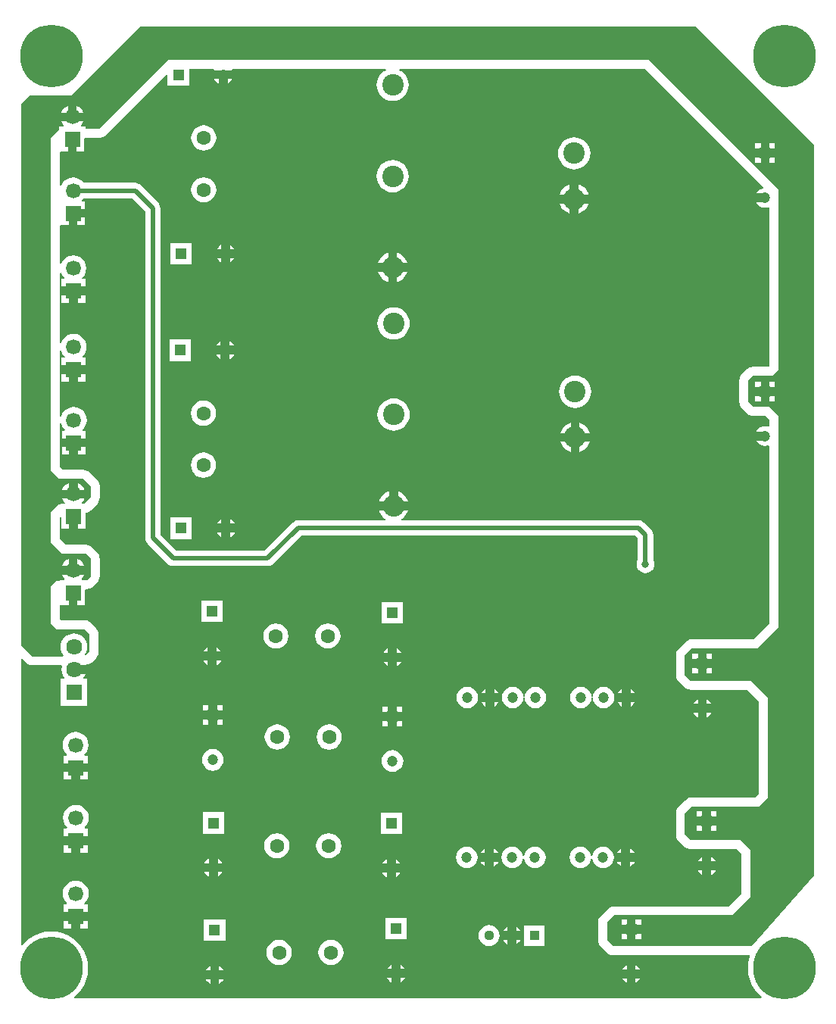
<source format=gbr>
G04 Layer_Physical_Order=2*
G04 Layer_Color=16711680*
%FSLAX45Y45*%
%MOMM*%
%TF.FileFunction,Copper,L2,Bot,Signal*%
%TF.Part,Single*%
G01*
G75*
%TA.AperFunction,Conductor*%
%ADD16C,0.50000*%
%TA.AperFunction,ComponentPad*%
%ADD18C,2.40000*%
%TA.AperFunction,ViaPad*%
%ADD19C,7.00000*%
%TA.AperFunction,ComponentPad*%
%ADD20C,1.20000*%
%ADD21R,1.13000X1.13000*%
%ADD22C,1.13000*%
%ADD23R,1.20000X1.20000*%
%ADD24C,1.60000*%
%ADD25R,1.69000X1.69000*%
%ADD26C,1.69000*%
%ADD27R,1.78500X1.78500*%
%ADD28C,1.78500*%
%ADD29R,1.20000X1.20000*%
%TA.AperFunction,ViaPad*%
%ADD30C,0.80000*%
G36*
X2215988Y10451640D02*
X2223065Y10440000D01*
X2421936D01*
X2429013Y10451640D01*
X4139179Y10451637D01*
X4142361Y10438937D01*
X4117013Y10425389D01*
X4089604Y10402895D01*
X4067111Y10375487D01*
X4050397Y10344217D01*
X4040104Y10310286D01*
X4036629Y10275000D01*
X4040104Y10239714D01*
X4050397Y10205784D01*
X4067111Y10174514D01*
X4089604Y10147105D01*
X4117013Y10124612D01*
X4148283Y10107897D01*
X4182213Y10097605D01*
X4217500Y10094129D01*
X4252786Y10097605D01*
X4286716Y10107897D01*
X4317986Y10124612D01*
X4345395Y10147105D01*
X4367888Y10174514D01*
X4384602Y10205784D01*
X4394895Y10239714D01*
X4398370Y10275000D01*
X4394895Y10310286D01*
X4384602Y10344217D01*
X4367888Y10375487D01*
X4345395Y10402895D01*
X4317986Y10425389D01*
X4292639Y10438937D01*
X4295820Y10451637D01*
X7043272Y10451633D01*
X8328672Y9166182D01*
X8328675Y9166179D01*
X8328678Y9166175D01*
X8362547Y9132311D01*
X8358465Y9120285D01*
X8353784Y9119668D01*
X8327026Y9108585D01*
X8304047Y9090953D01*
X8286415Y9067974D01*
X8284150Y9062504D01*
X8382498D01*
Y8962504D01*
X8284146D01*
X8286415Y8957026D01*
X8304047Y8934047D01*
X8327026Y8916415D01*
X8353784Y8905331D01*
X8382500Y8901551D01*
X8411216Y8905331D01*
X8418598Y8908389D01*
X8429157Y8901333D01*
X8429150Y7131792D01*
X8420726Y7123368D01*
X8240902Y7123364D01*
X8228533Y7121735D01*
X8216135Y7120275D01*
X8215488Y7120017D01*
X8214797Y7119926D01*
X8203267Y7115150D01*
X8191674Y7110533D01*
X8191115Y7110117D01*
X8190471Y7109850D01*
X8180567Y7102250D01*
X8170567Y7094792D01*
X8124667Y7050133D01*
X8124237Y7049588D01*
X8123686Y7049164D01*
X8116085Y7039260D01*
X8108354Y7029464D01*
X8108079Y7028826D01*
X8107656Y7028275D01*
X8102883Y7016754D01*
X8097945Y7005279D01*
X8097845Y7004590D01*
X8097579Y7003949D01*
X8095951Y6991585D01*
X8094151Y6979223D01*
X8094232Y6978533D01*
X8094142Y6977844D01*
X8094136Y6730008D01*
X8094136Y6730002D01*
X8094136Y6729996D01*
X8095883Y6716729D01*
X8097572Y6703902D01*
X8097574Y6703897D01*
X8097575Y6703892D01*
X8102338Y6692395D01*
X8107647Y6679576D01*
X8107651Y6679571D01*
X8107653Y6679566D01*
X8115183Y6669755D01*
X8123676Y6658686D01*
X8123680Y6658683D01*
X8123684Y6658678D01*
X8178697Y6603674D01*
X8188751Y6595961D01*
X8199581Y6587651D01*
X8199585Y6587649D01*
X8199588Y6587647D01*
X8211110Y6582876D01*
X8223907Y6577575D01*
X8223911Y6577574D01*
X8223915Y6577573D01*
X8236848Y6575871D01*
X8250012Y6574138D01*
X8385731Y6574138D01*
X8429171Y6530696D01*
X8429171Y6461161D01*
X8418611Y6454105D01*
X8411216Y6457168D01*
X8382500Y6460949D01*
X8353784Y6457168D01*
X8327026Y6446084D01*
X8304047Y6428452D01*
X8286415Y6405474D01*
X8284148Y6399999D01*
X8382503D01*
Y6299999D01*
X8284148D01*
X8286415Y6294525D01*
X8304047Y6271547D01*
X8327026Y6253915D01*
X8353784Y6242831D01*
X8382500Y6239051D01*
X8411216Y6242831D01*
X8418612Y6245895D01*
X8429172Y6238839D01*
X8429177Y4254319D01*
X8253172Y4078316D01*
X7562460Y4078322D01*
X7536356Y4074885D01*
X7512029Y4064809D01*
X7491140Y4048781D01*
X7491139Y4048780D01*
X7413660Y3971300D01*
X7413659Y3971299D01*
X7397630Y3950410D01*
X7387553Y3926084D01*
X7384116Y3899978D01*
X7384114Y3682518D01*
X7384115Y3682517D01*
X7384114Y3682515D01*
X7385848Y3669347D01*
X7387551Y3656413D01*
X7387551Y3656412D01*
X7387552Y3656410D01*
X7392145Y3645322D01*
X7397627Y3632087D01*
X7397628Y3632085D01*
X7397628Y3632084D01*
X7405216Y3622196D01*
X7413656Y3611197D01*
X7413657Y3611196D01*
X7413658Y3611195D01*
X7481176Y3543679D01*
X7481177Y3543678D01*
X7481179Y3543677D01*
X7486628Y3539495D01*
X7502066Y3527650D01*
X7502068Y3527649D01*
X7502069Y3527648D01*
X7513774Y3522800D01*
X7526392Y3517573D01*
X7526394Y3517573D01*
X7526395Y3517572D01*
X7539898Y3515795D01*
X7552498Y3514136D01*
X8178226Y3514130D01*
X8311673Y3380687D01*
X8311691Y2351832D01*
X8268227Y2308368D01*
X7557500Y2308364D01*
X7531395Y2304927D01*
X7507069Y2294850D01*
X7486179Y2278821D01*
X7486178Y2278820D01*
X7413677Y2206319D01*
X7413676Y2206318D01*
X7397647Y2185429D01*
X7387572Y2161104D01*
X7384135Y2134999D01*
X7384137Y1894998D01*
X7385760Y1882672D01*
X7387573Y1868898D01*
X7387574Y1868895D01*
X7387574Y1868893D01*
X7392238Y1857634D01*
X7397648Y1844572D01*
X7397650Y1844570D01*
X7397651Y1844567D01*
X7406751Y1832707D01*
X7413676Y1823682D01*
X7413679Y1823679D01*
X7413680Y1823678D01*
X7413681Y1823677D01*
X7473673Y1763680D01*
X7473674Y1763678D01*
X7473676Y1763676D01*
X7486518Y1753822D01*
X7494561Y1747650D01*
X7494563Y1747649D01*
X7494566Y1747647D01*
X7506466Y1742718D01*
X7518887Y1737572D01*
X7518890Y1737572D01*
X7518892Y1737571D01*
X7530259Y1736075D01*
X7544992Y1734134D01*
X7544995Y1734135D01*
X7544998Y1734134D01*
X8063221Y1734139D01*
X8114135Y1683228D01*
X8114142Y1234283D01*
X7973226Y1093366D01*
X6695004Y1093366D01*
X6668899Y1089929D01*
X6644572Y1079853D01*
X6623683Y1063824D01*
X6623682Y1063823D01*
X6543680Y983822D01*
X6543679Y983821D01*
X6527650Y962932D01*
X6517573Y938605D01*
X6514136Y912501D01*
X6514136Y719998D01*
X6517573Y693893D01*
X6521388Y684682D01*
X6527648Y669568D01*
X6543677Y648678D01*
X6543678Y648677D01*
X6616178Y576178D01*
X6637068Y560150D01*
X6661394Y550074D01*
X6687498Y546637D01*
X8205529Y546638D01*
X8212585Y536078D01*
X8208861Y527089D01*
X8193796Y464336D01*
X8188732Y400000D01*
X8193796Y335664D01*
X8208861Y272911D01*
X8233558Y213288D01*
X8267278Y158263D01*
X8309190Y109190D01*
X8343252Y80098D01*
X8338856Y68183D01*
X661144D01*
X656748Y80098D01*
X690810Y109190D01*
X732722Y158263D01*
X766442Y213288D01*
X791139Y272911D01*
X806204Y335664D01*
X811268Y400000D01*
X806204Y464336D01*
X791139Y527089D01*
X766442Y586712D01*
X732722Y641737D01*
X690810Y690810D01*
X641737Y732722D01*
X586712Y766442D01*
X527089Y791139D01*
X464336Y806204D01*
X400000Y811268D01*
X335664Y806204D01*
X272911Y791139D01*
X213288Y766442D01*
X158263Y732722D01*
X109190Y690810D01*
X80098Y656748D01*
X68183Y661144D01*
Y3855081D01*
X79917Y3859942D01*
X123679Y3816179D01*
X144569Y3800150D01*
X168895Y3790074D01*
X195000Y3786637D01*
X512388Y3786638D01*
X519016Y3773938D01*
X514548Y3740000D01*
X519333Y3703649D01*
X533364Y3669774D01*
X550111Y3647950D01*
X543848Y3635250D01*
X505749D01*
Y3336750D01*
X804249D01*
Y3635250D01*
X766151D01*
X759887Y3647950D01*
X776634Y3669774D01*
X785011Y3689999D01*
X654999D01*
Y3789999D01*
X790500D01*
X795821Y3796302D01*
X796116Y3796378D01*
X804285Y3798212D01*
X812875Y3799343D01*
X817081Y3801085D01*
X821522Y3802083D01*
X829197Y3806104D01*
X837202Y3809420D01*
X840813Y3812191D01*
X844845Y3814304D01*
X851217Y3820174D01*
X858091Y3825449D01*
X898815Y3866174D01*
X898816Y3866175D01*
X898818Y3866177D01*
X902723Y3871266D01*
X914846Y3887064D01*
X914846Y3887066D01*
X914847Y3887067D01*
X924922Y3911390D01*
X924922Y3911391D01*
X924923Y3911393D01*
X926770Y3925424D01*
X928359Y3937495D01*
X928363Y4134988D01*
X928362Y4134991D01*
X928363Y4134996D01*
X926552Y4148747D01*
X924926Y4161094D01*
X924924Y4161098D01*
X924924Y4161101D01*
X920226Y4172441D01*
X914850Y4185420D01*
X914848Y4185422D01*
X914847Y4185426D01*
X906597Y4196177D01*
X898822Y4206310D01*
X898819Y4206312D01*
X898817Y4206315D01*
X841303Y4263822D01*
X829289Y4273039D01*
X820417Y4279847D01*
X820415Y4279848D01*
X820412Y4279850D01*
X805699Y4285943D01*
X796091Y4289923D01*
X796089Y4289923D01*
X796086Y4289925D01*
X782312Y4291737D01*
X769986Y4293360D01*
X510673Y4293359D01*
X498356Y4305677D01*
X498355Y4460953D01*
X511056Y4463500D01*
X594498D01*
Y4598001D01*
X694498D01*
Y4463500D01*
X779000D01*
Y4631918D01*
X791700Y4641267D01*
X795358Y4641037D01*
X798538Y4641253D01*
X801699Y4640837D01*
X811634Y4642145D01*
X821628Y4642826D01*
X824644Y4643858D01*
X827805Y4644274D01*
X837061Y4648108D01*
X846540Y4651352D01*
X849186Y4653130D01*
X852131Y4654350D01*
X860078Y4660448D01*
X868396Y4666036D01*
X870491Y4668438D01*
X873020Y4670379D01*
X911321Y4708678D01*
X927350Y4729568D01*
X937426Y4753894D01*
X940863Y4779998D01*
X940867Y4982499D01*
X940866Y4982504D01*
X940867Y4982510D01*
X938979Y4996842D01*
X937430Y5008604D01*
X937428Y5008609D01*
X937428Y5008615D01*
X932496Y5020518D01*
X927355Y5032931D01*
X927351Y5032936D01*
X927349Y5032940D01*
X920221Y5042228D01*
X911326Y5053820D01*
X911321Y5053824D01*
X911318Y5053828D01*
X858819Y5106317D01*
X858819Y5106318D01*
X858818Y5106319D01*
X858811Y5106326D01*
X849628Y5113370D01*
X837929Y5122348D01*
X837924Y5122350D01*
X837920Y5122353D01*
X826741Y5126982D01*
X813603Y5132424D01*
X813598Y5132425D01*
X813593Y5132427D01*
X800456Y5134155D01*
X787498Y5135861D01*
X566774Y5135864D01*
X498364Y5204275D01*
X498365Y5444666D01*
X499300Y5445290D01*
X512000Y5438502D01*
Y5311500D01*
X596500D01*
Y5446003D01*
X696499D01*
Y5311500D01*
X780999D01*
Y5491019D01*
X796606Y5493074D01*
X820932Y5503150D01*
X841822Y5519179D01*
X911313Y5588671D01*
X911314Y5588672D01*
X911315Y5588673D01*
X918349Y5597841D01*
X927342Y5609560D01*
X927343Y5609562D01*
X927344Y5609563D01*
X932110Y5621072D01*
X937418Y5633886D01*
X937418Y5633888D01*
X937419Y5633890D01*
X939272Y5647966D01*
X940855Y5659991D01*
X940855Y5659993D01*
X940855Y5659995D01*
X940850Y5792523D01*
X937412Y5818629D01*
X927335Y5842954D01*
X911306Y5863843D01*
X911305Y5863844D01*
X833823Y5941319D01*
X833822Y5941320D01*
X833821Y5941321D01*
X833817Y5941324D01*
X825565Y5947656D01*
X812933Y5957350D01*
X812929Y5957351D01*
X812927Y5957353D01*
X802643Y5961612D01*
X788607Y5967426D01*
X788603Y5967427D01*
X788601Y5967428D01*
X776245Y5969054D01*
X762502Y5970864D01*
X529274Y5970869D01*
X498368Y6001774D01*
X498369Y6492091D01*
X511069Y6492924D01*
X511219Y6491778D01*
X525779Y6456626D01*
X548941Y6426441D01*
X554696Y6422026D01*
X550614Y6410000D01*
X517500D01*
Y6325500D01*
X652002D01*
X786500D01*
Y6410000D01*
X753386D01*
X749304Y6422026D01*
X755058Y6426441D01*
X778220Y6456626D01*
X792780Y6491778D01*
X797747Y6529500D01*
X792780Y6567222D01*
X778220Y6602373D01*
X755058Y6632558D01*
X724873Y6655720D01*
X689722Y6670280D01*
X652000Y6675246D01*
X614278Y6670280D01*
X579127Y6655720D01*
X548941Y6632558D01*
X525779Y6602373D01*
X511219Y6567222D01*
X511069Y6566076D01*
X498369Y6566909D01*
X498369Y7301080D01*
X511069Y7303606D01*
X523279Y7274127D01*
X546441Y7243942D01*
X552196Y7239527D01*
X548113Y7227500D01*
X515000D01*
Y7143005D01*
X649500D01*
X784000D01*
Y7227500D01*
X750886D01*
X746804Y7239527D01*
X752558Y7243942D01*
X775720Y7274127D01*
X790280Y7309278D01*
X795247Y7347001D01*
X790280Y7384723D01*
X775720Y7419874D01*
X752558Y7450059D01*
X722373Y7473221D01*
X687222Y7487781D01*
X649500Y7492747D01*
X611778Y7487781D01*
X576626Y7473221D01*
X546441Y7450059D01*
X523279Y7419874D01*
X511069Y7390395D01*
X498369Y7392922D01*
X498369Y8170835D01*
X511069Y8173362D01*
X520279Y8151127D01*
X543441Y8120942D01*
X549195Y8116527D01*
X545113Y8104500D01*
X512000D01*
Y8019999D01*
X646495D01*
X780999D01*
Y8104500D01*
X747886D01*
X743804Y8116527D01*
X749558Y8120942D01*
X772720Y8151127D01*
X787280Y8186279D01*
X792246Y8224001D01*
X787280Y8261723D01*
X772720Y8296874D01*
X749558Y8327059D01*
X719373Y8350221D01*
X684222Y8364781D01*
X646500Y8369747D01*
X608778Y8364781D01*
X573626Y8350221D01*
X543441Y8327059D01*
X520279Y8296874D01*
X511070Y8274640D01*
X498369Y8277166D01*
X498370Y8703418D01*
X510000Y8706000D01*
X511070Y8706000D01*
X594497D01*
Y8840500D01*
X644497D01*
Y8890500D01*
X779000D01*
Y8975000D01*
X745886D01*
X741804Y8987026D01*
X747559Y8991442D01*
X760469Y9008267D01*
X1305488D01*
X1449267Y8864488D01*
Y5210000D01*
X1452188Y5187811D01*
X1460753Y5167133D01*
X1474377Y5149378D01*
X1701877Y4921877D01*
X1719634Y4908253D01*
X1740311Y4899688D01*
X1762500Y4896767D01*
X2820000D01*
X2842189Y4899688D01*
X2862867Y4908253D01*
X2880623Y4921877D01*
X3198012Y5239267D01*
X6931988D01*
X6959266Y5211988D01*
Y4970037D01*
X6957650Y4967931D01*
X6947574Y4943605D01*
X6944137Y4917500D01*
X6947574Y4891395D01*
X6957650Y4867069D01*
X6973679Y4846179D01*
X6994569Y4830150D01*
X7018895Y4820074D01*
X7045000Y4816637D01*
X7071105Y4820074D01*
X7095431Y4830150D01*
X7116321Y4846179D01*
X7132349Y4867069D01*
X7142426Y4891395D01*
X7145863Y4917500D01*
X7142426Y4943605D01*
X7132349Y4967931D01*
X7130733Y4970037D01*
Y5247500D01*
X7127812Y5269689D01*
X7119247Y5290367D01*
X7105623Y5308123D01*
X7028123Y5385623D01*
X7010367Y5399247D01*
X6989689Y5407812D01*
X6967500Y5410733D01*
X4317105D01*
X4313924Y5423433D01*
X4322404Y5427966D01*
X4348289Y5449210D01*
X4369533Y5475096D01*
X4385319Y5504629D01*
X4389981Y5519997D01*
X4227500D01*
X4065019D01*
X4069680Y5504629D01*
X4085466Y5475096D01*
X4106710Y5449210D01*
X4132596Y5427966D01*
X4141076Y5423433D01*
X4137895Y5410733D01*
X3162500D01*
X3140310Y5407812D01*
X3119633Y5399247D01*
X3101877Y5385623D01*
X2784488Y5068233D01*
X1798012D01*
X1620733Y5245512D01*
Y8900000D01*
X1617812Y8922189D01*
X1609247Y8942867D01*
X1595623Y8960623D01*
X1401623Y9154623D01*
X1383867Y9168247D01*
X1363189Y9176812D01*
X1341000Y9179733D01*
X761236D01*
X747559Y9197558D01*
X717373Y9220720D01*
X682222Y9235280D01*
X644500Y9240247D01*
X606778Y9235280D01*
X571627Y9220720D01*
X541442Y9197558D01*
X518280Y9167373D01*
X511070Y9149967D01*
X498370Y9152494D01*
X498370Y9516804D01*
X502001Y9528000D01*
X586500D01*
Y9662499D01*
X686500D01*
Y9528000D01*
X771000D01*
Y9678315D01*
X775934Y9682643D01*
X783700Y9686630D01*
X942491Y9686628D01*
X968596Y9690065D01*
X992922Y9700141D01*
X1013812Y9716170D01*
X1690767Y10393125D01*
X1702501Y10388265D01*
Y10270000D01*
X1942500D01*
Y10451641D01*
X2215988Y10451640D01*
D02*
G37*
G36*
X8931817Y9605680D02*
Y1433318D01*
X8231415Y647501D01*
X6687498Y647500D01*
X6614998Y719999D01*
X6614999Y912500D01*
X6695004Y992503D01*
X8015005Y992503D01*
X8215006Y1192505D01*
X8214997Y1725009D01*
X8104997Y1835003D01*
X7544997Y1834997D01*
X7485000Y1894999D01*
X7484998Y2134998D01*
X7557501Y2207501D01*
X8310005Y2207505D01*
X8412554Y2310054D01*
X8412535Y3422467D01*
X8220004Y3614993D01*
X7552498Y3614999D01*
X7484977Y3682517D01*
X7484979Y3899978D01*
X7562460Y3977459D01*
X8294950Y3977453D01*
X8530040Y4212540D01*
X8530034Y6572473D01*
X8427511Y6675001D01*
X8250012Y6675001D01*
X8194999Y6730005D01*
X8195005Y6977842D01*
X8240904Y7022501D01*
X8462506Y7022506D01*
X8530013Y7090014D01*
X8530021Y9107492D01*
X8399994Y9237501D01*
X7085052Y10552496D01*
X1707504Y10552504D01*
X942492Y9787491D01*
X781000Y9787492D01*
Y9807000D01*
X734492D01*
X730410Y9819026D01*
X732427Y9820574D01*
X753986Y9848670D01*
X761371Y9866499D01*
X636500D01*
X511630D01*
X519015Y9848670D01*
X540574Y9820574D01*
X542591Y9819026D01*
X538508Y9807000D01*
X492000D01*
Y9776509D01*
X397507Y9686901D01*
X397505Y5959994D01*
X487495Y5870007D01*
X762500Y5870001D01*
X839987Y5792520D01*
X839992Y5659991D01*
X770501Y5590500D01*
X744492D01*
X740410Y5602526D01*
X742426Y5604073D01*
X763985Y5632170D01*
X771372Y5650003D01*
X646500D01*
X521627D01*
X529014Y5632170D01*
X550573Y5604073D01*
X552589Y5602526D01*
X548507Y5590500D01*
X502000D01*
Y5585001D01*
X485001Y5585001D01*
X397502Y5497502D01*
X397501Y5162497D01*
X524994Y5035002D01*
X787497Y5034998D01*
X840004Y4982501D01*
X840000Y4780000D01*
X801700Y4741700D01*
X789000Y4742500D01*
Y4742500D01*
X742492D01*
X738409Y4754526D01*
X740427Y4756074D01*
X761986Y4784170D01*
X769371Y4802001D01*
X644498D01*
X519629D01*
X527015Y4784170D01*
X548574Y4756074D01*
X550591Y4754526D01*
X546508Y4742500D01*
X500000D01*
Y4732497D01*
X462497D01*
X397492Y4667493D01*
X397493Y4252502D01*
X457504Y4192496D01*
X769986Y4192497D01*
X827500Y4134990D01*
X827496Y3937497D01*
X786769Y3896769D01*
X784966Y3897082D01*
X779696Y3910681D01*
X793555Y3936608D01*
X802090Y3964742D01*
X804971Y3994000D01*
X802090Y4023258D01*
X793555Y4051392D01*
X779696Y4077320D01*
X761045Y4100046D01*
X738319Y4118697D01*
X712391Y4132556D01*
X684257Y4141091D01*
X654999Y4143972D01*
X625741Y4141091D01*
X597607Y4132556D01*
X571679Y4118697D01*
X548953Y4100046D01*
X530302Y4077320D01*
X516443Y4051392D01*
X507909Y4023258D01*
X505027Y3994000D01*
X507909Y3964742D01*
X516443Y3936608D01*
X530302Y3910680D01*
X538902Y3900201D01*
X532895Y3887501D01*
X195000Y3887500D01*
X68183Y4014317D01*
Y10060683D01*
X165001Y10157501D01*
X622505Y10157504D01*
X1396816Y10931817D01*
X7605674D01*
X8931817Y9605680D01*
D02*
G37*
%LPC*%
G36*
X676500Y2228247D02*
X638778Y2223281D01*
X603626Y2208721D01*
X573441Y2185559D01*
X550279Y2155374D01*
X535719Y2120222D01*
X530753Y2082500D01*
X535719Y2044778D01*
X550279Y2009627D01*
X573441Y1979442D01*
X579195Y1975027D01*
X575113Y1963000D01*
X541999D01*
Y1878502D01*
X676499D01*
X810999D01*
Y1963000D01*
X777886D01*
X773804Y1975027D01*
X779558Y1979442D01*
X802720Y2009627D01*
X817280Y2044778D01*
X822247Y2082500D01*
X817280Y2120222D01*
X802720Y2155374D01*
X779558Y2185559D01*
X749373Y2208721D01*
X714222Y2223281D01*
X676500Y2228247D01*
D02*
G37*
G36*
X4322500Y2140000D02*
X4082500D01*
Y1900001D01*
X4322500D01*
Y2140000D01*
D02*
G37*
G36*
X626499Y1778502D02*
X541999D01*
Y1694001D01*
X626499D01*
Y1778502D01*
D02*
G37*
G36*
X810999D02*
X726499D01*
Y1694001D01*
X810999D01*
Y1778502D01*
D02*
G37*
G36*
X2332500Y2145000D02*
X2092500D01*
Y1905001D01*
X2332500D01*
Y2145000D01*
D02*
G37*
G36*
X6873995Y1738354D02*
Y1690001D01*
X6922352D01*
X6920085Y1695474D01*
X6902453Y1718453D01*
X6879475Y1736085D01*
X6873995Y1738354D01*
D02*
G37*
G36*
X3502500Y1911208D02*
X3465953Y1906396D01*
X3431896Y1892290D01*
X3402651Y1869849D01*
X3380210Y1840604D01*
X3366104Y1806547D01*
X3361292Y1770000D01*
X3366104Y1733453D01*
X3380210Y1699396D01*
X3402651Y1670151D01*
X3431896Y1647710D01*
X3465953Y1633604D01*
X3502500Y1628792D01*
X3539047Y1633604D01*
X3573104Y1647710D01*
X3602349Y1670151D01*
X3624790Y1699396D01*
X3638896Y1733453D01*
X3643708Y1770000D01*
X3638896Y1806547D01*
X3624790Y1840604D01*
X3602349Y1869849D01*
X3573104Y1892290D01*
X3539047Y1906396D01*
X3502500Y1911208D01*
D02*
G37*
G36*
X2922500Y1911208D02*
X2885953Y1906396D01*
X2851897Y1892290D01*
X2822651Y1869849D01*
X2800211Y1840604D01*
X2786104Y1806548D01*
X2781293Y1770000D01*
X2786104Y1733453D01*
X2800211Y1699396D01*
X2822651Y1670151D01*
X2851897Y1647711D01*
X2885953Y1633604D01*
X2922500Y1628793D01*
X2959048Y1633604D01*
X2993104Y1647711D01*
X3022349Y1670151D01*
X3044790Y1699396D01*
X3058897Y1733453D01*
X3063708Y1770000D01*
X3058897Y1806548D01*
X3044790Y1840604D01*
X3022349Y1869849D01*
X2993104Y1892290D01*
X2959048Y1906396D01*
X2922500Y1911208D01*
D02*
G37*
G36*
X7780000Y1643352D02*
Y1595002D01*
X7828351D01*
X7826085Y1600474D01*
X7808453Y1623453D01*
X7785474Y1641085D01*
X7780000Y1643352D01*
D02*
G37*
G36*
X2262502Y1623352D02*
Y1575005D01*
X2310850D01*
X2308585Y1580475D01*
X2290953Y1603453D01*
X2267975Y1621085D01*
X2262502Y1623352D01*
D02*
G37*
G36*
X7680001Y1643352D02*
X7674526Y1641085D01*
X7651547Y1623453D01*
X7633915Y1600474D01*
X7631649Y1595002D01*
X7680001D01*
Y1643352D01*
D02*
G37*
G36*
X5349995Y1738354D02*
Y1690001D01*
X5398352D01*
X5396084Y1695475D01*
X5378453Y1718453D01*
X5355474Y1736085D01*
X5349995Y1738354D01*
D02*
G37*
G36*
X6773995Y1738350D02*
X6768525Y1736085D01*
X6745547Y1718453D01*
X6727915Y1695474D01*
X6725648Y1690001D01*
X6773995D01*
Y1738350D01*
D02*
G37*
G36*
X5249995Y1738351D02*
X5244525Y1736085D01*
X5221547Y1718453D01*
X5203915Y1695475D01*
X5201648Y1690001D01*
X5249995D01*
Y1738351D01*
D02*
G37*
G36*
X6570000Y1761036D02*
X6538673Y1756911D01*
X6509482Y1744820D01*
X6484415Y1725585D01*
X6465180Y1700518D01*
X6453089Y1671327D01*
X6450156Y1649046D01*
X6449404Y1643344D01*
X6436595D01*
X6435844Y1649046D01*
X6432911Y1671326D01*
X6420820Y1700518D01*
X6401585Y1725585D01*
X6376518Y1744820D01*
X6347326Y1756911D01*
X6316000Y1761035D01*
X6284673Y1756911D01*
X6255482Y1744820D01*
X6230415Y1725585D01*
X6211180Y1700518D01*
X6199089Y1671326D01*
X6194964Y1640000D01*
X6199089Y1608674D01*
X6211180Y1579482D01*
X6230415Y1554415D01*
X6255482Y1535180D01*
X6284673Y1523089D01*
X6316000Y1518965D01*
X6347326Y1523089D01*
X6376518Y1535180D01*
X6401585Y1554415D01*
X6420820Y1579482D01*
X6432911Y1608674D01*
X6435844Y1630954D01*
X6436595Y1636657D01*
X6449404D01*
X6450156Y1630954D01*
X6453089Y1608674D01*
X6465180Y1579483D01*
X6484415Y1554415D01*
X6509482Y1535181D01*
X6538673Y1523089D01*
X6570000Y1518965D01*
X6601326Y1523089D01*
X6630518Y1535181D01*
X6655585Y1554415D01*
X6674820Y1579483D01*
X6679179Y1590008D01*
X6679179Y1590009D01*
X6686911Y1608674D01*
X6691033Y1639989D01*
X6691034Y1639991D01*
X6691035Y1640000D01*
X6686911Y1671327D01*
X6674820Y1700518D01*
X6655585Y1725585D01*
X6630518Y1744820D01*
X6601326Y1756911D01*
X6570000Y1761036D01*
D02*
G37*
G36*
X5808000Y1761035D02*
X5776673Y1756911D01*
X5747482Y1744820D01*
X5722415Y1725585D01*
X5703180Y1700518D01*
X5691088Y1671326D01*
X5688155Y1649045D01*
X5687404Y1643344D01*
X5674595D01*
X5673844Y1649045D01*
X5670911Y1671326D01*
X5658820Y1700518D01*
X5639585Y1725585D01*
X5614518Y1744820D01*
X5585326Y1756911D01*
X5554000Y1761035D01*
X5522673Y1756911D01*
X5493482Y1744820D01*
X5468415Y1725585D01*
X5449180Y1700518D01*
X5437089Y1671326D01*
X5432964Y1640000D01*
X5437089Y1608674D01*
X5449180Y1579482D01*
X5468415Y1554415D01*
X5493482Y1535180D01*
X5522673Y1523089D01*
X5554000Y1518965D01*
X5585326Y1523089D01*
X5614518Y1535180D01*
X5639585Y1554415D01*
X5658820Y1579482D01*
X5670911Y1608674D01*
X5673844Y1630955D01*
X5674595Y1636656D01*
X5687404D01*
X5688155Y1630955D01*
X5691088Y1608674D01*
X5703180Y1579482D01*
X5722415Y1554415D01*
X5747482Y1535180D01*
X5776673Y1523089D01*
X5808000Y1518965D01*
X5839326Y1523089D01*
X5868517Y1535180D01*
X5893584Y1554415D01*
X5912819Y1579482D01*
X5924911Y1608674D01*
X5929035Y1640000D01*
X5924911Y1671326D01*
X5912819Y1700518D01*
X5893584Y1725585D01*
X5868517Y1744820D01*
X5839326Y1756911D01*
X5808000Y1761035D01*
D02*
G37*
G36*
X621995Y2593004D02*
X537500D01*
Y2508501D01*
X621995D01*
Y2593004D01*
D02*
G37*
G36*
X2157504Y3339999D02*
X2097501D01*
Y3280004D01*
X2157504D01*
Y3339999D01*
D02*
G37*
G36*
X2317501D02*
X2257504D01*
Y3280004D01*
X2317501D01*
Y3339999D01*
D02*
G37*
G36*
X4325000Y3327500D02*
X4264999D01*
Y3267498D01*
X4325000D01*
Y3327500D01*
D02*
G37*
G36*
X7629997Y3254999D02*
X7581648D01*
X7583915Y3249526D01*
X7601547Y3226547D01*
X7624526Y3208915D01*
X7629997Y3206649D01*
Y3254999D01*
D02*
G37*
G36*
X4165000Y3327500D02*
X4105000D01*
Y3267498D01*
X4165000D01*
Y3327500D01*
D02*
G37*
G36*
X6778993Y3377497D02*
X6730649D01*
X6732915Y3372025D01*
X6750547Y3349047D01*
X6773526Y3331415D01*
X6778993Y3329151D01*
Y3377497D01*
D02*
G37*
G36*
X5254993Y3377497D02*
X5206649D01*
X5208915Y3372026D01*
X5226547Y3349047D01*
X5249526Y3331415D01*
X5254993Y3329151D01*
Y3377497D01*
D02*
G37*
G36*
X5403351D02*
X5354992D01*
Y3329145D01*
X5360474Y3331415D01*
X5383453Y3349047D01*
X5401085Y3372026D01*
X5403351Y3377497D01*
D02*
G37*
G36*
X5051000Y3548535D02*
X5019674Y3544411D01*
X4990483Y3532320D01*
X4965416Y3513085D01*
X4946181Y3488018D01*
X4934089Y3458826D01*
X4929965Y3427500D01*
X4934089Y3396174D01*
X4946181Y3366982D01*
X4965416Y3341915D01*
X4990483Y3322680D01*
X5019674Y3310589D01*
X5051000Y3306465D01*
X5082327Y3310589D01*
X5111518Y3322680D01*
X5136585Y3341915D01*
X5155820Y3366982D01*
X5160176Y3377499D01*
X5160177Y3377503D01*
X5167909Y3396169D01*
X5172032Y3427485D01*
X5172034Y3427497D01*
X5172032Y3427509D01*
X5167909Y3458824D01*
X5160177Y3477490D01*
X5160176Y3477496D01*
X5160178D01*
X5155820Y3488018D01*
X5136585Y3513085D01*
X5111518Y3532320D01*
X5082327Y3544411D01*
X5051000Y3548535D01*
D02*
G37*
G36*
X6927351Y3377497D02*
X6878992D01*
Y3329144D01*
X6884474Y3331415D01*
X6907453Y3349047D01*
X6925085Y3372025D01*
X6927351Y3377497D01*
D02*
G37*
G36*
X7778352Y3254999D02*
X7729996D01*
Y3206646D01*
X7735474Y3208915D01*
X7758453Y3226547D01*
X7776085Y3249526D01*
X7778352Y3254999D01*
D02*
G37*
G36*
X671999Y3042747D02*
X634277Y3037781D01*
X599126Y3023221D01*
X568941Y3000059D01*
X545779Y2969873D01*
X531219Y2934722D01*
X526253Y2897000D01*
X531219Y2859278D01*
X545779Y2824127D01*
X568941Y2793942D01*
X574695Y2789527D01*
X570613Y2777500D01*
X537500D01*
Y2693004D01*
X671995D01*
X806499D01*
Y2777500D01*
X773386D01*
X769304Y2789527D01*
X775058Y2793942D01*
X798220Y2824127D01*
X812780Y2859278D01*
X817746Y2897000D01*
X812780Y2934722D01*
X798220Y2969873D01*
X775058Y3000059D01*
X744873Y3023221D01*
X709721Y3037781D01*
X671999Y3042747D01*
D02*
G37*
G36*
X2927500Y3126208D02*
X2890953Y3121396D01*
X2856896Y3107289D01*
X2827651Y3084849D01*
X2805211Y3055604D01*
X2791104Y3021547D01*
X2786293Y2985000D01*
X2791104Y2948453D01*
X2805211Y2914396D01*
X2827651Y2885151D01*
X2856896Y2862710D01*
X2890953Y2848604D01*
X2927500Y2843792D01*
X2964048Y2848604D01*
X2998104Y2862710D01*
X3027349Y2885151D01*
X3049790Y2914396D01*
X3063897Y2948453D01*
X3068708Y2985000D01*
X3063897Y3021547D01*
X3049790Y3055604D01*
X3027349Y3084849D01*
X2998104Y3107289D01*
X2964048Y3121396D01*
X2927500Y3126208D01*
D02*
G37*
G36*
X2207501Y2851034D02*
X2176174Y2846910D01*
X2146983Y2834819D01*
X2121916Y2815584D01*
X2102681Y2790517D01*
X2090590Y2761325D01*
X2086465Y2729999D01*
X2090590Y2698673D01*
X2102681Y2669482D01*
X2121916Y2644414D01*
X2146983Y2625179D01*
X2176174Y2613088D01*
X2207501Y2608964D01*
X2238827Y2613088D01*
X2268018Y2625179D01*
X2293086Y2644414D01*
X2312320Y2669482D01*
X2324412Y2698673D01*
X2328536Y2729999D01*
X2324412Y2761325D01*
X2312320Y2790517D01*
X2293086Y2815584D01*
X2268018Y2834819D01*
X2238827Y2846910D01*
X2207501Y2851034D01*
D02*
G37*
G36*
X806499Y2593004D02*
X721995D01*
Y2508501D01*
X806499D01*
Y2593004D01*
D02*
G37*
G36*
X4215000Y2838535D02*
X4183674Y2834411D01*
X4154482Y2822319D01*
X4129415Y2803084D01*
X4110180Y2778017D01*
X4098089Y2748826D01*
X4093965Y2717500D01*
X4098089Y2686173D01*
X4110180Y2656982D01*
X4129415Y2631915D01*
X4154482Y2612680D01*
X4183674Y2600588D01*
X4215000Y2596464D01*
X4246326Y2600588D01*
X4275518Y2612680D01*
X4300585Y2631915D01*
X4319820Y2656982D01*
X4331911Y2686173D01*
X4336035Y2717500D01*
X4331911Y2748826D01*
X4319820Y2778017D01*
X4300585Y2803084D01*
X4275518Y2822319D01*
X4246326Y2834411D01*
X4215000Y2838535D01*
D02*
G37*
G36*
X2157504Y3180004D02*
X2097501D01*
Y3120000D01*
X2157504D01*
Y3180004D01*
D02*
G37*
G36*
X2317501D02*
X2257504D01*
Y3120000D01*
X2317501D01*
Y3180004D01*
D02*
G37*
G36*
X4325000Y3167498D02*
X4264999D01*
Y3107500D01*
X4325000D01*
Y3167498D01*
D02*
G37*
G36*
X3507500Y3126208D02*
X3470952Y3121396D01*
X3436896Y3107289D01*
X3407651Y3084849D01*
X3385210Y3055604D01*
X3371103Y3021547D01*
X3366292Y2985000D01*
X3371103Y2948453D01*
X3385210Y2914396D01*
X3407651Y2885151D01*
X3436896Y2862710D01*
X3470952Y2848604D01*
X3507500Y2843792D01*
X3544047Y2848604D01*
X3578104Y2862710D01*
X3607349Y2885151D01*
X3629789Y2914396D01*
X3643896Y2948453D01*
X3648707Y2985000D01*
X3643896Y3021547D01*
X3629789Y3055604D01*
X3607349Y3084849D01*
X3578104Y3107289D01*
X3544047Y3121396D01*
X3507500Y3126208D01*
D02*
G37*
G36*
X4165000Y3167498D02*
X4105000D01*
Y3107500D01*
X4165000D01*
Y3167498D01*
D02*
G37*
G36*
X5294500Y882505D02*
X5264087Y878501D01*
X5235747Y866763D01*
X5211411Y848089D01*
X5192737Y823752D01*
X5180998Y795413D01*
X5176994Y765000D01*
X5180998Y734587D01*
X5192737Y706248D01*
X5211411Y681911D01*
X5235747Y663237D01*
X5264087Y651499D01*
X5294500Y647495D01*
X5324912Y651499D01*
X5353252Y663237D01*
X5377588Y681911D01*
X5396262Y706248D01*
X5408001Y734587D01*
X5412005Y765000D01*
X5408001Y795413D01*
X5396262Y823752D01*
X5377588Y848089D01*
X5353252Y866763D01*
X5324912Y878501D01*
X5294500Y882505D01*
D02*
G37*
G36*
X5919000Y881500D02*
X5686000D01*
Y648500D01*
X5919000D01*
Y881500D01*
D02*
G37*
G36*
X3527500Y718708D02*
X3490953Y713896D01*
X3456896Y699790D01*
X3427651Y677349D01*
X3405210Y648104D01*
X3391104Y614047D01*
X3386292Y577500D01*
X3391104Y540953D01*
X3405210Y506896D01*
X3427651Y477651D01*
X3456896Y455210D01*
X3490953Y441104D01*
X3527500Y436292D01*
X3564047Y441104D01*
X3598104Y455210D01*
X3627349Y477651D01*
X3649789Y506896D01*
X3663896Y540953D01*
X3668708Y577500D01*
X3663896Y614047D01*
X3649789Y648104D01*
X3627349Y677349D01*
X3598104Y699790D01*
X3564047Y713896D01*
X3527500Y718708D01*
D02*
G37*
G36*
X4304997Y440853D02*
Y392497D01*
X4353353D01*
X4351085Y397974D01*
X4333453Y420952D01*
X4310474Y438584D01*
X4304997Y440853D01*
D02*
G37*
G36*
X2947500Y718708D02*
X2910953Y713896D01*
X2876896Y699790D01*
X2847651Y677349D01*
X2825211Y648104D01*
X2811104Y614047D01*
X2806292Y577500D01*
X2811104Y540953D01*
X2825211Y506896D01*
X2847651Y477651D01*
X2876896Y455210D01*
X2910953Y441104D01*
X2947500Y436292D01*
X2984047Y441104D01*
X3018104Y455210D01*
X3047349Y477651D01*
X3069790Y506896D01*
X3083896Y540953D01*
X3088708Y577500D01*
X3083896Y614047D01*
X3069790Y648104D01*
X3047349Y677349D01*
X3018104Y699790D01*
X2984047Y713896D01*
X2947500Y718708D01*
D02*
G37*
G36*
X4375000Y962500D02*
X4135000D01*
Y722500D01*
X4375000D01*
Y962500D01*
D02*
G37*
G36*
X2347500Y947500D02*
X2107500D01*
Y707500D01*
X2347500D01*
Y947500D01*
D02*
G37*
G36*
X5498506Y715003D02*
X5453935D01*
X5455472Y711290D01*
X5472543Y689043D01*
X5494791Y671972D01*
X5498506Y670434D01*
Y715003D01*
D02*
G37*
G36*
X5643065D02*
X5598506D01*
Y670439D01*
X5602209Y671972D01*
X5624457Y689043D01*
X5641527Y711290D01*
X5643065Y715003D01*
D02*
G37*
G36*
X4204997Y440851D02*
X4199525Y438584D01*
X4176547Y420952D01*
X4158915Y397974D01*
X4156646Y392497D01*
X4204997D01*
Y440851D01*
D02*
G37*
G36*
X6834997Y287499D02*
X6786648D01*
X6788915Y282025D01*
X6806547Y259047D01*
X6829526Y241415D01*
X6834997Y239149D01*
Y287499D01*
D02*
G37*
G36*
X4353351Y292497D02*
X4304997D01*
Y244146D01*
X4310474Y246415D01*
X4333453Y264047D01*
X4351085Y287025D01*
X4353351Y292497D01*
D02*
G37*
G36*
X6983352Y287499D02*
X6934997D01*
Y239146D01*
X6940474Y241415D01*
X6963453Y259047D01*
X6981085Y282025D01*
X6983352Y287499D01*
D02*
G37*
G36*
X2177500Y277499D02*
X2129148D01*
X2131415Y272025D01*
X2149047Y249047D01*
X2172026Y231415D01*
X2177500Y229147D01*
Y277499D01*
D02*
G37*
G36*
X2325852D02*
X2277500D01*
Y229147D01*
X2282974Y231415D01*
X2305953Y249047D01*
X2323585Y272025D01*
X2325852Y277499D01*
D02*
G37*
G36*
X6834997Y435851D02*
X6829526Y433584D01*
X6806547Y415952D01*
X6788915Y392974D01*
X6786648Y387499D01*
X6834997D01*
Y435851D01*
D02*
G37*
G36*
X6934997Y435853D02*
Y387499D01*
X6983352D01*
X6981085Y392974D01*
X6963453Y415952D01*
X6940474Y433584D01*
X6934997Y435853D01*
D02*
G37*
G36*
X2277500Y425852D02*
Y377499D01*
X2325852D01*
X2323585Y382974D01*
X2305953Y405952D01*
X2282974Y423584D01*
X2277500Y425852D01*
D02*
G37*
G36*
X4204997Y292497D02*
X4156649D01*
X4158915Y287025D01*
X4176547Y264047D01*
X4199525Y246415D01*
X4204997Y244149D01*
Y292497D01*
D02*
G37*
G36*
X2177500Y425852D02*
X2172026Y423584D01*
X2149047Y405952D01*
X2131415Y382974D01*
X2129148Y377499D01*
X2177500D01*
Y425852D01*
D02*
G37*
G36*
X6922353Y1590002D02*
X6873995D01*
Y1541646D01*
X6879475Y1543915D01*
X6902453Y1561547D01*
X6920085Y1584526D01*
X6922353Y1590002D01*
D02*
G37*
G36*
X5398353Y1590001D02*
X5349995D01*
Y1541646D01*
X5355474Y1543916D01*
X5378453Y1561548D01*
X5396084Y1584526D01*
X5398353Y1590001D01*
D02*
G37*
G36*
X5045999Y1761035D02*
X5014673Y1756911D01*
X4985482Y1744820D01*
X4960415Y1725585D01*
X4941180Y1700518D01*
X4929088Y1671326D01*
X4924964Y1640000D01*
X4929088Y1608674D01*
X4941180Y1579482D01*
X4960415Y1554415D01*
X4985482Y1535180D01*
X5014673Y1523089D01*
X5045999Y1518965D01*
X5077326Y1523089D01*
X5106517Y1535180D01*
X5131584Y1554415D01*
X5150819Y1579482D01*
X5162910Y1608674D01*
X5167035Y1640000D01*
X5162910Y1671326D01*
X5150819Y1700518D01*
X5131584Y1725585D01*
X5106517Y1744820D01*
X5077326Y1756911D01*
X5045999Y1761035D01*
D02*
G37*
G36*
X7680001Y1495002D02*
X7631647D01*
X7633915Y1489526D01*
X7651547Y1466547D01*
X7674526Y1448915D01*
X7680001Y1446648D01*
Y1495002D01*
D02*
G37*
G36*
X7828353D02*
X7780000D01*
Y1446648D01*
X7785474Y1448915D01*
X7808453Y1466547D01*
X7826085Y1489526D01*
X7828353Y1495002D01*
D02*
G37*
G36*
X4252499Y1618353D02*
Y1569997D01*
X4300854D01*
X4298585Y1575475D01*
X4280953Y1598453D01*
X4257974Y1616085D01*
X4252499Y1618353D01*
D02*
G37*
G36*
X2162502Y1623353D02*
X2157025Y1621085D01*
X2134047Y1603453D01*
X2116415Y1580475D01*
X2114150Y1575005D01*
X2162502D01*
Y1623353D01*
D02*
G37*
G36*
X4152499Y1618352D02*
X4147026Y1616085D01*
X4124047Y1598453D01*
X4106415Y1575475D01*
X4104146Y1569997D01*
X4152499D01*
Y1618352D01*
D02*
G37*
G36*
X6773995Y1590002D02*
X6725647D01*
X6727915Y1584526D01*
X6745547Y1561547D01*
X6768525Y1543915D01*
X6773995Y1541650D01*
Y1590002D01*
D02*
G37*
G36*
X5249995Y1590001D02*
X5201647D01*
X5203915Y1584526D01*
X5221547Y1561548D01*
X5244525Y1543916D01*
X5249995Y1541650D01*
Y1590001D01*
D02*
G37*
G36*
X2310854Y1475005D02*
X2262502D01*
Y1426649D01*
X2267975Y1428916D01*
X2290953Y1446548D01*
X2308585Y1469526D01*
X2310854Y1475005D01*
D02*
G37*
G36*
X808500Y930996D02*
X724001D01*
Y846501D01*
X808500D01*
Y930996D01*
D02*
G37*
G36*
X624002D02*
X539501D01*
Y846501D01*
X624002D01*
Y930996D01*
D02*
G37*
G36*
X5498506Y859566D02*
X5494791Y858027D01*
X5472543Y840957D01*
X5455472Y818710D01*
X5453937Y815002D01*
X5498506D01*
Y859566D01*
D02*
G37*
G36*
X5598506Y859561D02*
Y815002D01*
X5643063D01*
X5641527Y818710D01*
X5624457Y840957D01*
X5602209Y858027D01*
X5598506Y859561D01*
D02*
G37*
G36*
X4152499Y1469997D02*
X4104149D01*
X4106415Y1464526D01*
X4124047Y1441548D01*
X4147026Y1423916D01*
X4152499Y1421648D01*
Y1469997D01*
D02*
G37*
G36*
X2162502Y1475005D02*
X2114146D01*
X2116415Y1469526D01*
X2134047Y1446548D01*
X2157025Y1428916D01*
X2162502Y1426647D01*
Y1475005D01*
D02*
G37*
G36*
X4300851Y1469997D02*
X4252499D01*
Y1421648D01*
X4257974Y1423916D01*
X4280953Y1441548D01*
X4298585Y1464526D01*
X4300851Y1469997D01*
D02*
G37*
G36*
X674000Y1380747D02*
X636278Y1375781D01*
X601127Y1361221D01*
X570942Y1338059D01*
X547780Y1307874D01*
X533220Y1272723D01*
X528254Y1235001D01*
X533220Y1197279D01*
X547780Y1162127D01*
X570942Y1131942D01*
X576696Y1127527D01*
X572614Y1115500D01*
X539501D01*
Y1030996D01*
X674001D01*
X808500D01*
Y1115500D01*
X775387D01*
X771305Y1127527D01*
X777059Y1131942D01*
X800221Y1162127D01*
X814781Y1197279D01*
X819747Y1235001D01*
X814781Y1272723D01*
X800221Y1307874D01*
X777059Y1338059D01*
X746874Y1361221D01*
X711722Y1375781D01*
X674000Y1380747D01*
D02*
G37*
G36*
X596495Y7919999D02*
X512000D01*
Y7835501D01*
X596495D01*
Y7919999D01*
D02*
G37*
G36*
X780999D02*
X696495D01*
Y7835501D01*
X780999D01*
Y7919999D01*
D02*
G37*
G36*
X4227500Y7790871D02*
X4192214Y7787396D01*
X4158284Y7777103D01*
X4127013Y7760389D01*
X4099605Y7737895D01*
X4077111Y7710487D01*
X4060397Y7679217D01*
X4050104Y7645286D01*
X4046629Y7610000D01*
X4050104Y7574714D01*
X4060397Y7540784D01*
X4077111Y7509514D01*
X4099605Y7482105D01*
X4127013Y7459612D01*
X4158284Y7442897D01*
X4192214Y7432605D01*
X4227500Y7429129D01*
X4262786Y7432605D01*
X4296716Y7442897D01*
X4327986Y7459612D01*
X4355395Y7482105D01*
X4377888Y7509514D01*
X4394603Y7540784D01*
X4404895Y7574714D01*
X4408371Y7610000D01*
X4404895Y7645286D01*
X4394603Y7679217D01*
X4377888Y7710487D01*
X4355395Y7737895D01*
X4327986Y7760389D01*
X4296716Y7777103D01*
X4262786Y7787396D01*
X4227500Y7790871D01*
D02*
G37*
G36*
X2295000Y7408352D02*
X2289526Y7406085D01*
X2266548Y7388453D01*
X2248916Y7365475D01*
X2246648Y7360000D01*
X2295000D01*
Y7408352D01*
D02*
G37*
G36*
X2395000D02*
Y7360000D01*
X2443353D01*
X2441085Y7365475D01*
X2423453Y7388453D01*
X2400475Y7406085D01*
X2395000Y7408352D01*
D02*
G37*
G36*
X4167505Y8397484D02*
X4152129Y8392819D01*
X4122596Y8377033D01*
X4096710Y8355789D01*
X4075466Y8329904D01*
X4059680Y8300371D01*
X4055019Y8285006D01*
X4167505D01*
Y8397484D01*
D02*
G37*
G36*
X4267505Y8397480D02*
Y8285006D01*
X4379980D01*
X4375319Y8300371D01*
X4359533Y8329904D01*
X4338289Y8355789D01*
X4312403Y8377033D01*
X4282871Y8392819D01*
X4267505Y8397480D01*
D02*
G37*
G36*
X1970000Y8510000D02*
X1730000D01*
Y8270000D01*
X1970000D01*
Y8510000D01*
D02*
G37*
G36*
X4167505Y8185006D02*
X4055016D01*
X4059680Y8169629D01*
X4075466Y8140096D01*
X4096710Y8114210D01*
X4122596Y8092966D01*
X4152129Y8077180D01*
X4167505Y8072516D01*
Y8185006D01*
D02*
G37*
G36*
X4379984D02*
X4267505D01*
Y8072519D01*
X4282871Y8077180D01*
X4312403Y8092966D01*
X4338289Y8114210D01*
X4359533Y8140096D01*
X4375319Y8169629D01*
X4379984Y8185006D01*
D02*
G37*
G36*
X2443353Y7260000D02*
X2395000D01*
Y7211648D01*
X2400475Y7213915D01*
X2423453Y7231547D01*
X2441085Y7254525D01*
X2443353Y7260000D01*
D02*
G37*
G36*
X2102500Y6746208D02*
X2065953Y6741396D01*
X2031896Y6727290D01*
X2002651Y6704849D01*
X1980211Y6675604D01*
X1966104Y6641547D01*
X1961292Y6605000D01*
X1966104Y6568453D01*
X1980211Y6534396D01*
X2002651Y6505151D01*
X2031896Y6482710D01*
X2065953Y6468604D01*
X2102500Y6463792D01*
X2139048Y6468604D01*
X2173104Y6482710D01*
X2202349Y6505151D01*
X2224790Y6534396D01*
X2238896Y6568453D01*
X2243708Y6605000D01*
X2238896Y6641547D01*
X2224790Y6675604D01*
X2202349Y6704849D01*
X2173104Y6727290D01*
X2139048Y6741396D01*
X2102500Y6746208D01*
D02*
G37*
G36*
X6257500Y7025870D02*
X6222214Y7022395D01*
X6188284Y7012102D01*
X6157014Y6995388D01*
X6129605Y6972894D01*
X6107112Y6945486D01*
X6090398Y6914216D01*
X6080105Y6880285D01*
X6076629Y6844999D01*
X6080105Y6809713D01*
X6090398Y6775783D01*
X6107112Y6744513D01*
X6129605Y6717104D01*
X6157014Y6694611D01*
X6188284Y6677896D01*
X6222214Y6667604D01*
X6257500Y6664128D01*
X6292786Y6667604D01*
X6326717Y6677896D01*
X6357987Y6694611D01*
X6385395Y6717104D01*
X6407889Y6744513D01*
X6424603Y6775783D01*
X6434896Y6809713D01*
X6438371Y6844999D01*
X6434896Y6880285D01*
X6424603Y6914216D01*
X6407889Y6945486D01*
X6385395Y6972894D01*
X6357987Y6995388D01*
X6326717Y7012102D01*
X6292786Y7022395D01*
X6257500Y7025870D01*
D02*
G37*
G36*
X1965000Y7430000D02*
X1725000D01*
Y7190000D01*
X1965000D01*
Y7430000D01*
D02*
G37*
G36*
X2295000Y7260000D02*
X2246648D01*
X2248916Y7254525D01*
X2266548Y7231547D01*
X2289526Y7213915D01*
X2295000Y7211648D01*
Y7260000D01*
D02*
G37*
G36*
X784000Y7043005D02*
X699499D01*
Y6958501D01*
X784000D01*
Y7043005D01*
D02*
G37*
G36*
X599500D02*
X515000D01*
Y6958501D01*
X599500D01*
Y7043005D01*
D02*
G37*
G36*
X2105000Y9823708D02*
X2068453Y9818896D01*
X2034396Y9804790D01*
X2005151Y9782349D01*
X1982711Y9753104D01*
X1968604Y9719047D01*
X1963792Y9682500D01*
X1968604Y9645953D01*
X1982711Y9611896D01*
X2005151Y9582651D01*
X2034396Y9560210D01*
X2068453Y9546104D01*
X2105000Y9541292D01*
X2141547Y9546104D01*
X2175604Y9560210D01*
X2204849Y9582651D01*
X2227290Y9611896D01*
X2241396Y9645953D01*
X2246208Y9682500D01*
X2241396Y9719047D01*
X2227290Y9753104D01*
X2204849Y9782349D01*
X2175604Y9804790D01*
X2141547Y9818896D01*
X2105000Y9823708D01*
D02*
G37*
G36*
X6247500Y9690871D02*
X6212214Y9687396D01*
X6178284Y9677103D01*
X6147013Y9660389D01*
X6119605Y9637895D01*
X6097111Y9610487D01*
X6080397Y9579217D01*
X6070104Y9545286D01*
X6066629Y9510000D01*
X6070104Y9474714D01*
X6080397Y9440784D01*
X6097111Y9409514D01*
X6119605Y9382105D01*
X6147013Y9359612D01*
X6178284Y9342897D01*
X6212214Y9332605D01*
X6247500Y9329129D01*
X6282786Y9332605D01*
X6316716Y9342897D01*
X6347986Y9359612D01*
X6375395Y9382105D01*
X6397888Y9409514D01*
X6414603Y9440784D01*
X6424895Y9474714D01*
X6428371Y9510000D01*
X6424895Y9545286D01*
X6414603Y9579217D01*
X6397888Y9610487D01*
X6375395Y9637895D01*
X6347986Y9660389D01*
X6316716Y9677103D01*
X6282786Y9687396D01*
X6247500Y9690871D01*
D02*
G37*
G36*
X2272501Y10340000D02*
X2224148D01*
X2226416Y10334525D01*
X2244048Y10311547D01*
X2267026Y10293915D01*
X2272501Y10291648D01*
Y10340000D01*
D02*
G37*
G36*
X2420853D02*
X2372500D01*
Y10291648D01*
X2377975Y10293915D01*
X2400953Y10311547D01*
X2418585Y10334525D01*
X2420853Y10340000D01*
D02*
G37*
G36*
X4217500Y9435871D02*
X4182214Y9432395D01*
X4148284Y9422103D01*
X4117013Y9405389D01*
X4089605Y9382895D01*
X4067111Y9355486D01*
X4050397Y9324216D01*
X4040104Y9290286D01*
X4036629Y9255000D01*
X4040104Y9219714D01*
X4050397Y9185784D01*
X4067111Y9154514D01*
X4089605Y9127105D01*
X4117013Y9104611D01*
X4148284Y9087897D01*
X4182214Y9077605D01*
X4217500Y9074129D01*
X4252786Y9077605D01*
X4286716Y9087897D01*
X4317986Y9104611D01*
X4345395Y9127105D01*
X4367888Y9154514D01*
X4384603Y9185784D01*
X4394895Y9219714D01*
X4398371Y9255000D01*
X4394895Y9290286D01*
X4384603Y9324216D01*
X4367888Y9355486D01*
X4345395Y9382895D01*
X4317986Y9405389D01*
X4286716Y9422103D01*
X4252786Y9432395D01*
X4217500Y9435871D01*
D02*
G37*
G36*
X2400000Y8488352D02*
Y8440000D01*
X2448353D01*
X2446085Y8445474D01*
X2428453Y8468452D01*
X2405475Y8486084D01*
X2400000Y8488352D01*
D02*
G37*
G36*
X779000Y8790500D02*
X694497D01*
Y8706000D01*
X779000D01*
Y8790500D01*
D02*
G37*
G36*
X2300000Y8488352D02*
X2294526Y8486084D01*
X2271548Y8468452D01*
X2253916Y8445474D01*
X2251648Y8440000D01*
X2300000D01*
Y8488352D01*
D02*
G37*
G36*
Y8340000D02*
X2251648D01*
X2253916Y8334525D01*
X2271548Y8311547D01*
X2294526Y8293915D01*
X2300000Y8291647D01*
Y8340000D01*
D02*
G37*
G36*
X2448353D02*
X2400000D01*
Y8291647D01*
X2405475Y8293915D01*
X2428453Y8311547D01*
X2446085Y8334525D01*
X2448353Y8340000D01*
D02*
G37*
G36*
X6197506Y9162484D02*
X6182129Y9157819D01*
X6152596Y9142034D01*
X6126710Y9120790D01*
X6105467Y9094904D01*
X6089681Y9065371D01*
X6085019Y9050005D01*
X6197506D01*
Y9162484D01*
D02*
G37*
G36*
X6297506Y9162481D02*
Y9050005D01*
X6409981D01*
X6405319Y9065371D01*
X6389534Y9094904D01*
X6368290Y9120790D01*
X6342404Y9142034D01*
X6312871Y9157819D01*
X6297506Y9162481D01*
D02*
G37*
G36*
X2105000Y9243708D02*
X2068453Y9238897D01*
X2034396Y9224790D01*
X2005151Y9202349D01*
X1982711Y9173104D01*
X1968604Y9139048D01*
X1963792Y9102500D01*
X1968604Y9065953D01*
X1982711Y9031897D01*
X2005151Y9002652D01*
X2034396Y8980211D01*
X2068453Y8966104D01*
X2105000Y8961293D01*
X2141547Y8966104D01*
X2175604Y8980211D01*
X2204849Y9002652D01*
X2227290Y9031897D01*
X2241396Y9065953D01*
X2246208Y9102500D01*
X2241396Y9139048D01*
X2227290Y9173104D01*
X2204849Y9202349D01*
X2175604Y9224790D01*
X2141547Y9238897D01*
X2105000Y9243708D01*
D02*
G37*
G36*
X6197506Y8950005D02*
X6085017D01*
X6089681Y8934629D01*
X6105467Y8905096D01*
X6126710Y8879210D01*
X6152596Y8857967D01*
X6182129Y8842181D01*
X6197506Y8837516D01*
Y8950005D01*
D02*
G37*
G36*
X6409984D02*
X6297506D01*
Y8837520D01*
X6312871Y8842181D01*
X6342404Y8857967D01*
X6368290Y8879210D01*
X6389534Y8905096D01*
X6405319Y8934629D01*
X6409984Y8950005D01*
D02*
G37*
G36*
X4227500Y6770871D02*
X4192214Y6767396D01*
X4158284Y6757103D01*
X4127014Y6740389D01*
X4099605Y6717895D01*
X4077111Y6690487D01*
X4060397Y6659217D01*
X4050105Y6625286D01*
X4046629Y6590000D01*
X4050105Y6554714D01*
X4060397Y6520784D01*
X4077111Y6489514D01*
X4099605Y6462105D01*
X4127014Y6439612D01*
X4158284Y6422897D01*
X4192214Y6412605D01*
X4227500Y6409129D01*
X4262786Y6412605D01*
X4296716Y6422897D01*
X4327987Y6439612D01*
X4355395Y6462105D01*
X4377889Y6489514D01*
X4394603Y6520784D01*
X4404895Y6554714D01*
X4408371Y6590000D01*
X4404895Y6625286D01*
X4394603Y6659217D01*
X4377889Y6690487D01*
X4355395Y6717895D01*
X4327987Y6740389D01*
X4296716Y6757103D01*
X4262786Y6767396D01*
X4227500Y6770871D01*
D02*
G37*
G36*
X2298354Y3840005D02*
X2250001D01*
Y3791648D01*
X2255475Y3793915D01*
X2278453Y3811547D01*
X2296085Y3834525D01*
X2298354Y3840005D01*
D02*
G37*
G36*
X4164998Y3827500D02*
X4116648D01*
X4118915Y3822025D01*
X4136547Y3799047D01*
X4159526Y3781415D01*
X4164998Y3779148D01*
Y3827500D01*
D02*
G37*
G36*
X2150001Y3840005D02*
X2101646D01*
X2103916Y3834525D01*
X2121547Y3811547D01*
X2144526Y3793915D01*
X2150001Y3791647D01*
Y3840005D01*
D02*
G37*
G36*
X2250001Y3988352D02*
Y3940004D01*
X2298350D01*
X2296085Y3945474D01*
X2278453Y3968453D01*
X2255475Y3986084D01*
X2250001Y3988352D01*
D02*
G37*
G36*
X2912500Y4256208D02*
X2875953Y4251396D01*
X2841896Y4237289D01*
X2812651Y4214849D01*
X2790211Y4185604D01*
X2776104Y4151547D01*
X2771292Y4115000D01*
X2776104Y4078453D01*
X2790211Y4044396D01*
X2812651Y4015151D01*
X2841896Y3992710D01*
X2875953Y3978604D01*
X2912500Y3973792D01*
X2949047Y3978604D01*
X2983104Y3992710D01*
X3012349Y4015151D01*
X3034790Y4044396D01*
X3048896Y4078453D01*
X3053708Y4115000D01*
X3048896Y4151547D01*
X3034790Y4185604D01*
X3012349Y4214849D01*
X2983104Y4237289D01*
X2949047Y4251396D01*
X2912500Y4256208D01*
D02*
G37*
G36*
X2150001Y3988352D02*
X2144526Y3986084D01*
X2121547Y3968453D01*
X2103916Y3945474D01*
X2101650Y3940004D01*
X2150001D01*
Y3988352D01*
D02*
G37*
G36*
X4164998Y3975851D02*
X4159526Y3973584D01*
X4136547Y3955952D01*
X4118915Y3932974D01*
X4116648Y3927500D01*
X4164998D01*
Y3975851D01*
D02*
G37*
G36*
X4264998Y3975853D02*
Y3927500D01*
X4313352D01*
X4311085Y3932974D01*
X4293453Y3955952D01*
X4270474Y3973584D01*
X4264998Y3975853D01*
D02*
G37*
G36*
X4313352Y3827500D02*
X4264998D01*
Y3779147D01*
X4270474Y3781415D01*
X4293453Y3799047D01*
X4311085Y3822025D01*
X4313352Y3827500D01*
D02*
G37*
G36*
X6575000Y3548535D02*
X6543674Y3544411D01*
X6514482Y3532320D01*
X6489415Y3513085D01*
X6470180Y3488018D01*
X6458089Y3458826D01*
X6455155Y3436545D01*
X6454405Y3430845D01*
X6441596D01*
X6440845Y3436545D01*
X6437911Y3458826D01*
X6425820Y3488017D01*
X6406585Y3513085D01*
X6381518Y3532320D01*
X6352327Y3544411D01*
X6321000Y3548535D01*
X6289674Y3544411D01*
X6260483Y3532320D01*
X6235416Y3513085D01*
X6216181Y3488017D01*
X6204089Y3458826D01*
X6199965Y3427500D01*
X6204089Y3396174D01*
X6216181Y3366982D01*
X6235416Y3341915D01*
X6260483Y3322680D01*
X6289674Y3310589D01*
X6321000Y3306465D01*
X6352327Y3310589D01*
X6381518Y3322680D01*
X6406585Y3341915D01*
X6425820Y3366982D01*
X6437911Y3396174D01*
X6440845Y3418455D01*
X6441596Y3424155D01*
X6454405D01*
X6455155Y3418455D01*
X6458089Y3396174D01*
X6470180Y3366982D01*
X6489415Y3341915D01*
X6514482Y3322680D01*
X6543674Y3310589D01*
X6575000Y3306465D01*
X6606326Y3310589D01*
X6635518Y3322680D01*
X6660585Y3341915D01*
X6679820Y3366982D01*
X6684176Y3377499D01*
X6684177Y3377505D01*
X6691908Y3396169D01*
X6696031Y3427484D01*
X6696034Y3427497D01*
X6696031Y3427509D01*
X6691908Y3458825D01*
X6684177Y3477489D01*
X6684176Y3477497D01*
X6684178D01*
X6679820Y3488018D01*
X6660585Y3513085D01*
X6635518Y3532320D01*
X6606326Y3544411D01*
X6575000Y3548535D01*
D02*
G37*
G36*
X5254993Y3525849D02*
X5249526Y3523585D01*
X5226547Y3505953D01*
X5208915Y3482974D01*
X5206646Y3477496D01*
X5254993D01*
Y3525849D01*
D02*
G37*
G36*
X5813000Y3548535D02*
X5781674Y3544411D01*
X5752482Y3532320D01*
X5727415Y3513085D01*
X5708180Y3488017D01*
X5696089Y3458826D01*
X5693156Y3436546D01*
X5692404Y3430843D01*
X5679596D01*
X5678844Y3436546D01*
X5675911Y3458826D01*
X5663820Y3488017D01*
X5644585Y3513085D01*
X5619518Y3532320D01*
X5590326Y3544411D01*
X5559000Y3548535D01*
X5527674Y3544411D01*
X5498482Y3532320D01*
X5473415Y3513085D01*
X5454180Y3488017D01*
X5442089Y3458826D01*
X5437965Y3427500D01*
X5442089Y3396174D01*
X5454180Y3366982D01*
X5473415Y3341915D01*
X5498482Y3322680D01*
X5527674Y3310589D01*
X5559000Y3306465D01*
X5590326Y3310589D01*
X5619518Y3322680D01*
X5644585Y3341915D01*
X5663820Y3366982D01*
X5675911Y3396174D01*
X5678844Y3418454D01*
X5679596Y3424156D01*
X5692404D01*
X5693156Y3418454D01*
X5696089Y3396174D01*
X5708180Y3366982D01*
X5727415Y3341915D01*
X5752482Y3322680D01*
X5781674Y3310589D01*
X5813000Y3306465D01*
X5844326Y3310589D01*
X5873518Y3322680D01*
X5898585Y3341915D01*
X5917820Y3366982D01*
X5929911Y3396174D01*
X5934035Y3427500D01*
X5929911Y3458826D01*
X5917820Y3488017D01*
X5898585Y3513085D01*
X5873518Y3532320D01*
X5844326Y3544411D01*
X5813000Y3548535D01*
D02*
G37*
G36*
X7629997Y3403351D02*
X7624526Y3401085D01*
X7601547Y3383453D01*
X7583915Y3360474D01*
X7581648Y3354999D01*
X7629997D01*
Y3403351D01*
D02*
G37*
G36*
X7729996Y3403354D02*
Y3354999D01*
X7778353D01*
X7776085Y3360474D01*
X7758453Y3383453D01*
X7735474Y3401085D01*
X7729996Y3403354D01*
D02*
G37*
G36*
X6878992Y3525855D02*
Y3477497D01*
X6927354D01*
X6925085Y3482974D01*
X6907453Y3505953D01*
X6884474Y3523585D01*
X6878992Y3525855D01*
D02*
G37*
G36*
X5354992Y3525856D02*
Y3477496D01*
X5403354D01*
X5401085Y3482974D01*
X5383453Y3505953D01*
X5360474Y3523585D01*
X5354992Y3525856D01*
D02*
G37*
G36*
X6778993Y3525849D02*
X6773526Y3523585D01*
X6750547Y3505953D01*
X6732915Y3482974D01*
X6730646Y3477497D01*
X6778993D01*
Y3525849D01*
D02*
G37*
G36*
X2102500Y6166209D02*
X2065953Y6161397D01*
X2031896Y6147290D01*
X2002651Y6124850D01*
X1980211Y6095605D01*
X1966104Y6061548D01*
X1961292Y6025001D01*
X1966104Y5988454D01*
X1980211Y5954397D01*
X2002651Y5925152D01*
X2031896Y5902711D01*
X2065953Y5888605D01*
X2102500Y5883793D01*
X2139048Y5888605D01*
X2173104Y5902711D01*
X2202349Y5925152D01*
X2224790Y5954397D01*
X2238896Y5988454D01*
X2243708Y6025001D01*
X2238896Y6061548D01*
X2224790Y6095605D01*
X2202349Y6124850D01*
X2173104Y6147290D01*
X2139048Y6161397D01*
X2102500Y6166209D01*
D02*
G37*
G36*
X602002Y6225500D02*
X517500D01*
Y6141000D01*
X602002D01*
Y6225500D01*
D02*
G37*
G36*
X4277500Y5732482D02*
Y5619997D01*
X4389983D01*
X4385319Y5635371D01*
X4369533Y5664904D01*
X4348289Y5690789D01*
X4322404Y5712033D01*
X4292871Y5727819D01*
X4277500Y5732482D01*
D02*
G37*
G36*
X6207500Y6497482D02*
X6192129Y6492819D01*
X6162597Y6477033D01*
X6136711Y6455789D01*
X6115467Y6429904D01*
X6099681Y6400371D01*
X6095019Y6385004D01*
X6207500D01*
Y6497482D01*
D02*
G37*
G36*
X6307500D02*
Y6385004D01*
X6419981D01*
X6415320Y6400371D01*
X6399534Y6429904D01*
X6378290Y6455789D01*
X6352404Y6477033D01*
X6322871Y6492819D01*
X6307500Y6497482D01*
D02*
G37*
G36*
X6419984Y6285004D02*
X6307500D01*
Y6172518D01*
X6322871Y6177180D01*
X6352404Y6192966D01*
X6378290Y6214210D01*
X6399534Y6240096D01*
X6415320Y6269629D01*
X6419984Y6285004D01*
D02*
G37*
G36*
X786500Y6225500D02*
X702002D01*
Y6141000D01*
X786500D01*
Y6225500D01*
D02*
G37*
G36*
X6207500Y6285004D02*
X6095017D01*
X6099681Y6269629D01*
X6115467Y6240096D01*
X6136711Y6214210D01*
X6162597Y6192966D01*
X6192129Y6177180D01*
X6207500Y6172518D01*
Y6285004D01*
D02*
G37*
G36*
X4177500Y5732482D02*
X4162129Y5727819D01*
X4132596Y5712033D01*
X4106710Y5690789D01*
X4085466Y5664904D01*
X4069680Y5635371D01*
X4065017Y5619997D01*
X4177500D01*
Y5732482D01*
D02*
G37*
G36*
X2320000Y4510000D02*
X2080000D01*
Y4270000D01*
X2320000D01*
Y4510000D01*
D02*
G37*
G36*
X3492500Y4256208D02*
X3455953Y4251396D01*
X3421896Y4237289D01*
X3392651Y4214849D01*
X3370211Y4185604D01*
X3356104Y4151547D01*
X3351293Y4115000D01*
X3356104Y4078453D01*
X3370211Y4044396D01*
X3392651Y4015151D01*
X3421896Y3992710D01*
X3455953Y3978604D01*
X3492500Y3973792D01*
X3529048Y3978604D01*
X3563104Y3992710D01*
X3592349Y4015151D01*
X3614790Y4044396D01*
X3628896Y4078453D01*
X3633708Y4115000D01*
X3628896Y4151547D01*
X3614790Y4185604D01*
X3592349Y4214849D01*
X3563104Y4237289D01*
X3529048Y4251396D01*
X3492500Y4256208D01*
D02*
G37*
G36*
X4335000Y4497500D02*
X4095000D01*
Y4257500D01*
X4335000D01*
Y4497500D01*
D02*
G37*
G36*
X2302500Y5418352D02*
X2297026Y5416085D01*
X2274048Y5398453D01*
X2256416Y5375475D01*
X2254148Y5370000D01*
X2302500D01*
Y5418352D01*
D02*
G37*
G36*
X2402500D02*
Y5370000D01*
X2450853D01*
X2448585Y5375475D01*
X2430953Y5398453D01*
X2407975Y5416085D01*
X2402500Y5418352D01*
D02*
G37*
G36*
X2450853Y5270000D02*
X2402500D01*
Y5221648D01*
X2407975Y5223915D01*
X2430953Y5241547D01*
X2448585Y5264525D01*
X2450853Y5270000D01*
D02*
G37*
G36*
X1972500Y5440000D02*
X1732500D01*
Y5200000D01*
X1972500D01*
Y5440000D01*
D02*
G37*
G36*
X2302500Y5270000D02*
X2254148D01*
X2256416Y5264525D01*
X2274048Y5241547D01*
X2297026Y5223915D01*
X2302500Y5221648D01*
Y5270000D01*
D02*
G37*
G36*
X7680003Y2155000D02*
X7620000D01*
Y2095000D01*
X7680003D01*
Y2155000D01*
D02*
G37*
G36*
X7840000D02*
X7780003D01*
Y2095000D01*
X7840000D01*
Y2155000D01*
D02*
G37*
G36*
X7680003Y1995000D02*
X7620000D01*
Y1935000D01*
X7680003D01*
Y1995000D01*
D02*
G37*
G36*
X7840000D02*
X7780003D01*
Y1935000D01*
X7840000D01*
Y1995000D01*
D02*
G37*
G36*
X6834999Y787497D02*
X6775000D01*
Y727500D01*
X6834999D01*
Y787497D01*
D02*
G37*
G36*
X6995000D02*
X6934999D01*
Y727500D01*
X6995000D01*
Y787497D01*
D02*
G37*
G36*
X6834999Y947500D02*
X6775000D01*
Y887497D01*
X6834999D01*
Y947500D01*
D02*
G37*
G36*
X6995000D02*
X6934999D01*
Y887497D01*
X6995000D01*
Y947500D01*
D02*
G37*
G36*
X8492500Y6800001D02*
X8432501D01*
Y6740000D01*
X8492500D01*
Y6800001D01*
D02*
G37*
G36*
X8332501Y6960000D02*
X8272500D01*
Y6900001D01*
X8332501D01*
Y6960000D01*
D02*
G37*
G36*
Y6800001D02*
X8272500D01*
Y6740000D01*
X8332501D01*
Y6800001D01*
D02*
G37*
G36*
X8492500Y6960000D02*
X8432501D01*
Y6900001D01*
X8492500D01*
Y6960000D01*
D02*
G37*
G36*
X8332504Y9622500D02*
X8272500D01*
Y9562498D01*
X8332504D01*
Y9622500D01*
D02*
G37*
G36*
X8492500Y9462498D02*
X8432504D01*
Y9402500D01*
X8492500D01*
Y9462498D01*
D02*
G37*
G36*
X8332504D02*
X8272500D01*
Y9402500D01*
X8332504D01*
Y9462498D01*
D02*
G37*
G36*
X686500Y10041371D02*
Y9966499D01*
X761372D01*
X753986Y9984330D01*
X732427Y10012427D01*
X704330Y10033986D01*
X686500Y10041371D01*
D02*
G37*
G36*
X8492500Y9622500D02*
X8432504D01*
Y9562498D01*
X8492500D01*
Y9622500D01*
D02*
G37*
G36*
X586500Y10041371D02*
X568670Y10033986D01*
X540574Y10012427D01*
X519015Y9984330D01*
X511629Y9966499D01*
X586500D01*
Y10041371D01*
D02*
G37*
G36*
X7629999Y3915000D02*
X7570000D01*
Y3854997D01*
X7629999D01*
Y3915000D01*
D02*
G37*
G36*
X7790000D02*
X7729999D01*
Y3854997D01*
X7790000D01*
Y3915000D01*
D02*
G37*
G36*
X7629999Y3754997D02*
X7570000D01*
Y3695000D01*
X7629999D01*
Y3754997D01*
D02*
G37*
G36*
X7790000D02*
X7729999D01*
Y3695000D01*
X7790000D01*
Y3754997D01*
D02*
G37*
G36*
X696500Y5824870D02*
Y5750003D01*
X771369D01*
X763985Y5767830D01*
X742426Y5795926D01*
X714330Y5817485D01*
X696500Y5824870D01*
D02*
G37*
G36*
X596500Y5824871D02*
X578669Y5817485D01*
X550573Y5795926D01*
X529014Y5767830D01*
X521630Y5750003D01*
X596500D01*
Y5824871D01*
D02*
G37*
G36*
X594498Y4976870D02*
X576670Y4969486D01*
X548574Y4947927D01*
X527015Y4919830D01*
X519630Y4902001D01*
X594498D01*
Y4976870D01*
D02*
G37*
G36*
X694498Y4976872D02*
Y4902001D01*
X769371D01*
X761986Y4919830D01*
X740427Y4947927D01*
X712330Y4969486D01*
X694498Y4976872D01*
D02*
G37*
%LPD*%
D16*
X1341000Y9094000D02*
X1535000Y8900000D01*
Y5210000D02*
Y8900000D01*
Y5210000D02*
X1762500Y4982500D01*
X2820000D01*
X3162500Y5325000D01*
X7045000Y4917500D02*
Y5247500D01*
X6967500Y5325000D02*
X7045000Y5247500D01*
X3162500Y5325000D02*
X6967500D01*
X637500Y9094000D02*
X1341000D01*
D18*
X4227500Y6590000D02*
D03*
X4227500Y5570000D02*
D03*
Y7610000D02*
D03*
X6257500Y6335000D02*
D03*
Y6844999D02*
D03*
X4217500Y9255000D02*
D03*
X4217500Y8235000D02*
D03*
Y10275000D02*
D03*
X6247500Y9000000D02*
D03*
X6247500Y9510000D02*
D03*
D19*
X8600000Y10600000D02*
D03*
Y400000D02*
D03*
X400000D02*
D03*
Y10600000D02*
D03*
D20*
X5045999Y1640000D02*
D03*
X5300000Y1640000D02*
D03*
X5554000Y1640000D02*
D03*
X5808000D02*
D03*
X6316000D02*
D03*
X6570000Y1640000D02*
D03*
X6824000Y1640000D02*
D03*
X4255000Y342500D02*
D03*
X2212500Y1525000D02*
D03*
X2207501Y2729999D02*
D03*
X8382500Y6350000D02*
D03*
X5051000Y3427500D02*
D03*
X5305000D02*
D03*
X5559000Y3427500D02*
D03*
X5813000D02*
D03*
X6321000D02*
D03*
X6575000Y3427500D02*
D03*
X6829000Y3427500D02*
D03*
X8382500Y9012500D02*
D03*
X2227500Y327500D02*
D03*
X6885000Y337500D02*
D03*
X4202500Y1520000D02*
D03*
X7730000Y1545000D02*
D03*
X2200000Y3890000D02*
D03*
X4215000Y2717500D02*
D03*
Y3877500D02*
D03*
X7680000Y3305000D02*
D03*
X2352500Y5320000D02*
D03*
X2345000Y7310000D02*
D03*
X2350000Y8390000D02*
D03*
X2322501Y10390000D02*
D03*
D21*
X5802500Y765000D02*
D03*
D22*
X5548500D02*
D03*
X5294500D02*
D03*
D23*
X4255000Y842500D02*
D03*
X2212500Y2025001D02*
D03*
X2207501Y3230000D02*
D03*
X8382500Y6850000D02*
D03*
Y9512500D02*
D03*
X2227500Y827500D02*
D03*
X6885000Y837500D02*
D03*
X4202500Y2020001D02*
D03*
X7730000Y2045000D02*
D03*
X2200000Y4390000D02*
D03*
X4215000Y3217500D02*
D03*
Y4377500D02*
D03*
X7680000Y3805000D02*
D03*
D24*
X2922500Y1770000D02*
D03*
X3502500Y1770000D02*
D03*
X2102500Y6025001D02*
D03*
Y6605000D02*
D03*
X2105000Y9102500D02*
D03*
Y9682500D02*
D03*
X3507500Y2985000D02*
D03*
X2927500D02*
D03*
X2912500Y4115000D02*
D03*
X3492500D02*
D03*
X2947500Y577500D02*
D03*
X3527500D02*
D03*
D25*
X646500Y7970001D02*
D03*
X636500Y9662500D02*
D03*
X644500Y8840500D02*
D03*
X674000Y981001D02*
D03*
X644500Y4598000D02*
D03*
X646500Y5446000D02*
D03*
X652000Y6275500D02*
D03*
X676499Y1828501D02*
D03*
X671999Y2643001D02*
D03*
X649500Y7093001D02*
D03*
D26*
X646500Y8224001D02*
D03*
X636500Y9916500D02*
D03*
X644500Y9094500D02*
D03*
X674000Y1235001D02*
D03*
X644500Y4852000D02*
D03*
X646500Y5700000D02*
D03*
X652000Y6529500D02*
D03*
X676500Y2082500D02*
D03*
X671999Y2897000D02*
D03*
X649500Y7347001D02*
D03*
D27*
X654999Y3486000D02*
D03*
D28*
Y3994000D02*
D03*
Y3740000D02*
D03*
D29*
X1852500Y5320000D02*
D03*
X1845000Y7310000D02*
D03*
X1850000Y8390000D02*
D03*
X1822500Y10390000D02*
D03*
D30*
X7045000Y4917500D02*
D03*
X1050000Y7955000D02*
D03*
X1215000Y7957500D02*
D03*
X1382500Y7832500D02*
D03*
X1055000Y7070000D02*
D03*
X1220000D02*
D03*
X1395000Y6937500D02*
D03*
X1097500Y3660000D02*
D03*
X1265000D02*
D03*
X1092500Y3822500D02*
D03*
X1262500D02*
D03*
X1640000Y3865000D02*
D03*
X1642500Y3637500D02*
D03*
X1455000Y2510000D02*
D03*
X1280000Y2645000D02*
D03*
X1112500Y2640000D02*
D03*
X1107500Y1825000D02*
D03*
X1277500Y1827500D02*
D03*
X1450000Y1690000D02*
D03*
X6677500Y4902500D02*
D03*
X6877500Y4872500D02*
D03*
%TF.MD5,abbadcd653fc70b7394ff95d9d5aee5c*%
M02*

</source>
